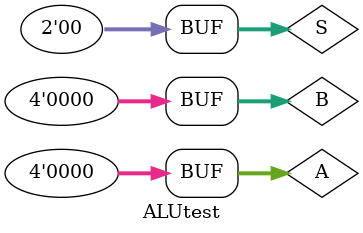
<source format=v>
`timescale 1ns / 1ps


module ALUtest;

	// Inputs
	reg [3:0] A;
	reg [3:0] B;
	reg [1:0] S;

	// Outputs
	wire [7:0] Y;

	// Instantiate the Unit Under Test (UUT)
	ALU uut (
		.Y(Y), 
		.A(A), 
		.B(B), 
		.S(S)
	);

	initial begin
		// Initialize Inputs
		A = 0;
		B = 0;
		S = 0;

		// Wait 100 ns for global reset to finish
		#100;
        
		// Add stimulus here

	end
      
endmodule


</source>
